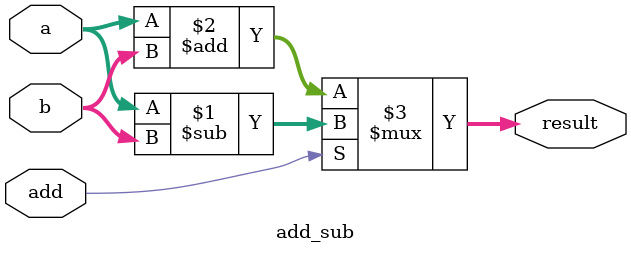
<source format=v>


module add_sub(add,a,b,result);

    input [15:0] a,b;
    input add;
    output[15:0] result;

	 assign result = (add)?(a-b) :(a+b);


endmodule

</source>
